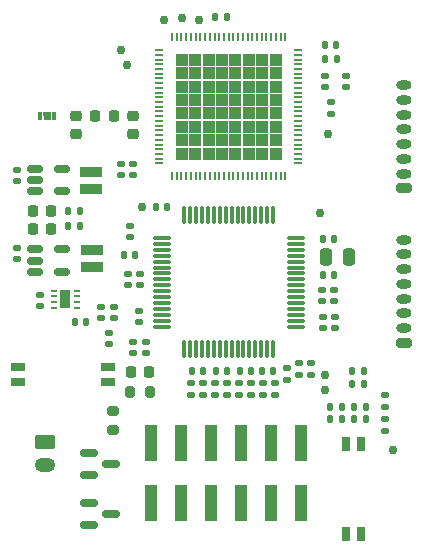
<source format=gbr>
%TF.GenerationSoftware,KiCad,Pcbnew,7.0.9*%
%TF.CreationDate,2024-02-01T14:48:51-08:00*%
%TF.ProjectId,sulu_ads1299,73756c75-5f61-4647-9331-3239392e6b69,rev?*%
%TF.SameCoordinates,Original*%
%TF.FileFunction,Soldermask,Top*%
%TF.FilePolarity,Negative*%
%FSLAX46Y46*%
G04 Gerber Fmt 4.6, Leading zero omitted, Abs format (unit mm)*
G04 Created by KiCad (PCBNEW 7.0.9) date 2024-02-01 14:48:51*
%MOMM*%
%LPD*%
G01*
G04 APERTURE LIST*
G04 Aperture macros list*
%AMRoundRect*
0 Rectangle with rounded corners*
0 $1 Rounding radius*
0 $2 $3 $4 $5 $6 $7 $8 $9 X,Y pos of 4 corners*
0 Add a 4 corners polygon primitive as box body*
4,1,4,$2,$3,$4,$5,$6,$7,$8,$9,$2,$3,0*
0 Add four circle primitives for the rounded corners*
1,1,$1+$1,$2,$3*
1,1,$1+$1,$4,$5*
1,1,$1+$1,$6,$7*
1,1,$1+$1,$8,$9*
0 Add four rect primitives between the rounded corners*
20,1,$1+$1,$2,$3,$4,$5,0*
20,1,$1+$1,$4,$5,$6,$7,0*
20,1,$1+$1,$6,$7,$8,$9,0*
20,1,$1+$1,$8,$9,$2,$3,0*%
G04 Aperture macros list end*
%ADD10C,0.010000*%
%ADD11RoundRect,0.135000X0.135000X0.185000X-0.135000X0.185000X-0.135000X-0.185000X0.135000X-0.185000X0*%
%ADD12RoundRect,0.147500X-0.172500X0.147500X-0.172500X-0.147500X0.172500X-0.147500X0.172500X0.147500X0*%
%ADD13RoundRect,0.050000X0.107500X0.315000X-0.107500X0.315000X-0.107500X-0.315000X0.107500X-0.315000X0*%
%ADD14R,0.200000X0.265000*%
%ADD15RoundRect,0.140000X-0.170000X0.140000X-0.170000X-0.140000X0.170000X-0.140000X0.170000X0.140000X0*%
%ADD16C,0.762000*%
%ADD17RoundRect,0.140000X-0.140000X-0.170000X0.140000X-0.170000X0.140000X0.170000X-0.140000X0.170000X0*%
%ADD18RoundRect,0.150000X-0.512500X-0.150000X0.512500X-0.150000X0.512500X0.150000X-0.512500X0.150000X0*%
%ADD19RoundRect,0.225000X0.250000X-0.225000X0.250000X0.225000X-0.250000X0.225000X-0.250000X-0.225000X0*%
%ADD20RoundRect,0.140000X0.140000X0.170000X-0.140000X0.170000X-0.140000X-0.170000X0.140000X-0.170000X0*%
%ADD21RoundRect,0.135000X0.185000X-0.135000X0.185000X0.135000X-0.185000X0.135000X-0.185000X-0.135000X0*%
%ADD22R,0.760000X1.270000*%
%ADD23RoundRect,0.250000X-0.625000X0.350000X-0.625000X-0.350000X0.625000X-0.350000X0.625000X0.350000X0*%
%ADD24O,1.750000X1.200000*%
%ADD25RoundRect,0.200000X0.450000X-0.200000X0.450000X0.200000X-0.450000X0.200000X-0.450000X-0.200000X0*%
%ADD26O,1.300000X0.800000*%
%ADD27RoundRect,0.200000X0.200000X0.275000X-0.200000X0.275000X-0.200000X-0.275000X0.200000X-0.275000X0*%
%ADD28O,0.800000X0.200000*%
%ADD29O,0.200000X0.800000*%
%ADD30C,0.568750*%
%ADD31R,1.137500X1.137500*%
%ADD32RoundRect,0.200000X0.275000X-0.200000X0.275000X0.200000X-0.275000X0.200000X-0.275000X-0.200000X0*%
%ADD33RoundRect,0.135000X-0.185000X0.135000X-0.185000X-0.135000X0.185000X-0.135000X0.185000X0.135000X0*%
%ADD34RoundRect,0.225000X-0.225000X-0.250000X0.225000X-0.250000X0.225000X0.250000X-0.225000X0.250000X0*%
%ADD35R,1.900000X0.850000*%
%ADD36R,1.270000X0.760000*%
%ADD37RoundRect,0.135000X-0.135000X-0.185000X0.135000X-0.185000X0.135000X0.185000X-0.135000X0.185000X0*%
%ADD38RoundRect,0.218750X-0.218750X-0.256250X0.218750X-0.256250X0.218750X0.256250X-0.218750X0.256250X0*%
%ADD39R,1.000000X3.150000*%
%ADD40RoundRect,0.147500X0.172500X-0.147500X0.172500X0.147500X-0.172500X0.147500X-0.172500X-0.147500X0*%
%ADD41RoundRect,0.150000X-0.587500X-0.150000X0.587500X-0.150000X0.587500X0.150000X-0.587500X0.150000X0*%
%ADD42RoundRect,0.075000X0.075000X-0.662500X0.075000X0.662500X-0.075000X0.662500X-0.075000X-0.662500X0*%
%ADD43RoundRect,0.075000X0.662500X-0.075000X0.662500X0.075000X-0.662500X0.075000X-0.662500X-0.075000X0*%
%ADD44RoundRect,0.225000X0.225000X0.250000X-0.225000X0.250000X-0.225000X-0.250000X0.225000X-0.250000X0*%
%ADD45RoundRect,0.140000X0.170000X-0.140000X0.170000X0.140000X-0.170000X0.140000X-0.170000X-0.140000X0*%
%ADD46R,0.500000X0.250000*%
%ADD47R,0.900000X1.600000*%
%ADD48RoundRect,0.250000X-0.250000X-0.475000X0.250000X-0.475000X0.250000X0.475000X-0.250000X0.475000X0*%
G04 APERTURE END LIST*
D10*
%TO.C,AE1*%
X88523200Y-60498800D02*
X87953200Y-60498800D01*
X87953200Y-60498800D02*
X87953200Y-60218800D01*
X87953200Y-60218800D02*
X88523200Y-60218800D01*
X88523200Y-60218800D02*
X88523200Y-60498800D01*
G36*
X88523200Y-60498800D02*
G01*
X87953200Y-60498800D01*
X87953200Y-60218800D01*
X88523200Y-60218800D01*
X88523200Y-60498800D01*
G37*
X88521200Y-60135800D02*
X87951200Y-60135800D01*
X87951200Y-60135800D02*
X87951200Y-59855800D01*
X87951200Y-59855800D02*
X88521200Y-59855800D01*
X88521200Y-59855800D02*
X88521200Y-60135800D01*
G36*
X88521200Y-60135800D02*
G01*
X87951200Y-60135800D01*
X87951200Y-59855800D01*
X88521200Y-59855800D01*
X88521200Y-60135800D01*
G37*
%TD*%
D11*
%TO.C,RZ1*%
X91008200Y-68300600D03*
X89988200Y-68300600D03*
%TD*%
%TO.C,R18*%
X115267200Y-85902800D03*
X114247200Y-85902800D03*
%TD*%
D12*
%TO.C,D1*%
X108585000Y-81557000D03*
X108585000Y-82527000D03*
%TD*%
D13*
%TO.C,AE1*%
X88845200Y-60177800D03*
X87629200Y-60177800D03*
D14*
X88387200Y-60359800D03*
X88387200Y-59994800D03*
X88087200Y-60359800D03*
X88087200Y-59994800D03*
%TD*%
D15*
%TO.C,C18*%
X111572000Y-74958000D03*
X111572000Y-75918000D03*
%TD*%
D16*
%TO.C,J11*%
X94996000Y-55880000D03*
%TD*%
D17*
%TO.C,C5*%
X104549000Y-81786000D03*
X105509000Y-81786000D03*
%TD*%
D18*
%TO.C,U2*%
X87254500Y-71516200D03*
X87254500Y-72466200D03*
X87254500Y-73416200D03*
X89529500Y-73416200D03*
X89529500Y-71516200D03*
%TD*%
D15*
%TO.C,C14*%
X96012000Y-76736000D03*
X96012000Y-77696000D03*
%TD*%
D19*
%TO.C,C3*%
X95555000Y-61735000D03*
X95555000Y-60185000D03*
%TD*%
D17*
%TO.C,C6*%
X106454000Y-81788000D03*
X107414000Y-81788000D03*
%TD*%
D20*
%TO.C,C34*%
X113205200Y-85902800D03*
X112245200Y-85902800D03*
%TD*%
D16*
%TO.C,J8*%
X94488000Y-54610000D03*
%TD*%
D15*
%TO.C,C30*%
X94488000Y-64290000D03*
X94488000Y-65250000D03*
%TD*%
D21*
%TO.C,R10*%
X107569000Y-83820000D03*
X107569000Y-82800000D03*
%TD*%
D22*
%TO.C,SW1*%
X114833400Y-88011000D03*
X113563400Y-88011000D03*
X113563400Y-95631000D03*
X114833400Y-95631000D03*
%TD*%
D23*
%TO.C,J2*%
X88087200Y-87782400D03*
D24*
X88087200Y-89782400D03*
%TD*%
D25*
%TO.C,J1*%
X118433000Y-66351000D03*
D26*
X118433000Y-65101000D03*
X118433000Y-63851000D03*
X118433000Y-62601000D03*
X118433000Y-61351000D03*
X118433000Y-60101000D03*
X118433000Y-58851000D03*
X118433000Y-57601000D03*
%TD*%
D17*
%TO.C,C1*%
X100485000Y-81788000D03*
X101445000Y-81788000D03*
%TD*%
D16*
%TO.C,TP3*%
X111379000Y-68453000D03*
%TD*%
D27*
%TO.C,R16*%
X96964000Y-83566000D03*
X95314000Y-83566000D03*
%TD*%
D19*
%TO.C,C2*%
X90729000Y-61735000D03*
X90729000Y-60185000D03*
%TD*%
D15*
%TO.C,C31*%
X95504000Y-64290000D03*
X95504000Y-65250000D03*
%TD*%
D21*
%TO.C,R3*%
X102489000Y-83820000D03*
X102489000Y-82800000D03*
%TD*%
D16*
%TO.C,J20*%
X96266000Y-67945000D03*
%TD*%
D28*
%TO.C,U5*%
X97732000Y-54636000D03*
X97732000Y-55036000D03*
X97732000Y-55436000D03*
X97732000Y-55836000D03*
X97732000Y-56236000D03*
X97732000Y-56636000D03*
X97732000Y-57036000D03*
X97732000Y-57436000D03*
X97732000Y-57836000D03*
X97732000Y-58236000D03*
X97732000Y-58636000D03*
X97732000Y-59036000D03*
X97732000Y-59436000D03*
X97732000Y-59836000D03*
X97732000Y-60236000D03*
X97732000Y-60636000D03*
X97732000Y-61036000D03*
X97732000Y-61436000D03*
X97732000Y-61836000D03*
X97732000Y-62236000D03*
X97732000Y-62636000D03*
X97732000Y-63036000D03*
X97732000Y-63436000D03*
X97732000Y-63836000D03*
X97732000Y-64236000D03*
D29*
X98832000Y-65336000D03*
X99232000Y-65336000D03*
X99632000Y-65336000D03*
X100032000Y-65336000D03*
X100432000Y-65336000D03*
X100832000Y-65336000D03*
X101232000Y-65336000D03*
X101632000Y-65336000D03*
X102032000Y-65336000D03*
X102432000Y-65336000D03*
X102832000Y-65336000D03*
X103232000Y-65336000D03*
X103632000Y-65336000D03*
X104032000Y-65336000D03*
X104432000Y-65336000D03*
X104832000Y-65336000D03*
X105232000Y-65336000D03*
X105632000Y-65336000D03*
X106032000Y-65336000D03*
X106432000Y-65336000D03*
X106832000Y-65336000D03*
X107232000Y-65336000D03*
X107632000Y-65336000D03*
X108032000Y-65336000D03*
X108432000Y-65336000D03*
D28*
X109532000Y-64236000D03*
X109532000Y-63836000D03*
X109532000Y-63436000D03*
X109532000Y-63036000D03*
X109532000Y-62636000D03*
X109532000Y-62236000D03*
X109532000Y-61836000D03*
X109532000Y-61436000D03*
X109532000Y-61036000D03*
X109532000Y-60636000D03*
X109532000Y-60236000D03*
X109532000Y-59836000D03*
X109532000Y-59436000D03*
X109532000Y-59036000D03*
X109532000Y-58636000D03*
X109532000Y-58236000D03*
X109532000Y-57836000D03*
X109532000Y-57436000D03*
X109532000Y-57036000D03*
X109532000Y-56636000D03*
X109532000Y-56236000D03*
X109532000Y-55836000D03*
X109532000Y-55436000D03*
X109532000Y-55036000D03*
X109532000Y-54636000D03*
D29*
X108432000Y-53536000D03*
X108032000Y-53536000D03*
X107632000Y-53536000D03*
X107232000Y-53536000D03*
X106832000Y-53536000D03*
X106432000Y-53536000D03*
X106032000Y-53536000D03*
X105632000Y-53536000D03*
X105232000Y-53536000D03*
X104832000Y-53536000D03*
X104432000Y-53536000D03*
X104032000Y-53536000D03*
X103632000Y-53536000D03*
X103232000Y-53536000D03*
X102832000Y-53536000D03*
X102432000Y-53536000D03*
X102032000Y-53536000D03*
X101632000Y-53536000D03*
X101232000Y-53536000D03*
X100832000Y-53536000D03*
X100432000Y-53536000D03*
X100032000Y-53536000D03*
X99632000Y-53536000D03*
X99232000Y-53536000D03*
X98832000Y-53536000D03*
D30*
X99650750Y-55454750D03*
D31*
X99650750Y-55454750D03*
D30*
X99650750Y-56592250D03*
D31*
X99650750Y-56592250D03*
D30*
X99650750Y-57729750D03*
D31*
X99650750Y-57729750D03*
D30*
X99650750Y-58867250D03*
D31*
X99650750Y-58867250D03*
D30*
X99650750Y-60004750D03*
D31*
X99650750Y-60004750D03*
D30*
X99650750Y-61142250D03*
D31*
X99650750Y-61142250D03*
D30*
X99650750Y-62279750D03*
D31*
X99650750Y-62279750D03*
D30*
X99650750Y-63417250D03*
D31*
X99650750Y-63417250D03*
D30*
X100788250Y-55454750D03*
D31*
X100788250Y-55454750D03*
D30*
X100788250Y-56592250D03*
D31*
X100788250Y-56592250D03*
D30*
X100788250Y-57729750D03*
D31*
X100788250Y-57729750D03*
D30*
X100788250Y-58867250D03*
D31*
X100788250Y-58867250D03*
D30*
X100788250Y-60004750D03*
D31*
X100788250Y-60004750D03*
D30*
X100788250Y-61142250D03*
D31*
X100788250Y-61142250D03*
D30*
X100788250Y-62279750D03*
D31*
X100788250Y-62279750D03*
D30*
X100788250Y-63417250D03*
D31*
X100788250Y-63417250D03*
D30*
X101925750Y-55454750D03*
D31*
X101925750Y-55454750D03*
D30*
X101925750Y-56592250D03*
D31*
X101925750Y-56592250D03*
D30*
X101925750Y-57729750D03*
D31*
X101925750Y-57729750D03*
D30*
X101925750Y-58867250D03*
D31*
X101925750Y-58867250D03*
D30*
X101925750Y-60004750D03*
D31*
X101925750Y-60004750D03*
D30*
X101925750Y-61142250D03*
D31*
X101925750Y-61142250D03*
D30*
X101925750Y-62279750D03*
D31*
X101925750Y-62279750D03*
D30*
X101925750Y-63417250D03*
D31*
X101925750Y-63417250D03*
D30*
X103063250Y-55454750D03*
D31*
X103063250Y-55454750D03*
D30*
X103063250Y-56592250D03*
D31*
X103063250Y-56592250D03*
D30*
X103063250Y-57729750D03*
D31*
X103063250Y-57729750D03*
D30*
X103063250Y-58867250D03*
D31*
X103063250Y-58867250D03*
D30*
X103063250Y-60004750D03*
D31*
X103063250Y-60004750D03*
D30*
X103063250Y-61142250D03*
D31*
X103063250Y-61142250D03*
D30*
X103063250Y-62279750D03*
D31*
X103063250Y-62279750D03*
D30*
X103063250Y-63417250D03*
D31*
X103063250Y-63417250D03*
D30*
X104200750Y-55454750D03*
D31*
X104200750Y-55454750D03*
D30*
X104200750Y-56592250D03*
D31*
X104200750Y-56592250D03*
D30*
X104200750Y-57729750D03*
D31*
X104200750Y-57729750D03*
D30*
X104200750Y-58867250D03*
D31*
X104200750Y-58867250D03*
D30*
X104200750Y-60004750D03*
D31*
X104200750Y-60004750D03*
D30*
X104200750Y-61142250D03*
D31*
X104200750Y-61142250D03*
D30*
X104200750Y-62279750D03*
D31*
X104200750Y-62279750D03*
D30*
X104200750Y-63417250D03*
D31*
X104200750Y-63417250D03*
D30*
X105338250Y-55454750D03*
D31*
X105338250Y-55454750D03*
D30*
X105338250Y-56592250D03*
D31*
X105338250Y-56592250D03*
D30*
X105338250Y-57729750D03*
D31*
X105338250Y-57729750D03*
D30*
X105338250Y-58867250D03*
D31*
X105338250Y-58867250D03*
D30*
X105338250Y-60004750D03*
D31*
X105338250Y-60004750D03*
D30*
X105338250Y-61142250D03*
D31*
X105338250Y-61142250D03*
D30*
X105338250Y-62279750D03*
D31*
X105338250Y-62279750D03*
D30*
X105338250Y-63417250D03*
D31*
X105338250Y-63417250D03*
D30*
X106475750Y-55454750D03*
D31*
X106475750Y-55454750D03*
D30*
X106475750Y-56592250D03*
D31*
X106475750Y-56592250D03*
D30*
X106475750Y-57729750D03*
D31*
X106475750Y-57729750D03*
D30*
X106475750Y-58867250D03*
D31*
X106475750Y-58867250D03*
D30*
X106475750Y-60004750D03*
D31*
X106475750Y-60004750D03*
D30*
X106475750Y-61142250D03*
D31*
X106475750Y-61142250D03*
D30*
X106475750Y-62279750D03*
D31*
X106475750Y-62279750D03*
D30*
X106475750Y-63417250D03*
D31*
X106475750Y-63417250D03*
D30*
X107613250Y-55454750D03*
D31*
X107613250Y-55454750D03*
D30*
X107613250Y-56592250D03*
D31*
X107613250Y-56592250D03*
D30*
X107613250Y-57729750D03*
D31*
X107613250Y-57729750D03*
D30*
X107613250Y-58867250D03*
D31*
X107613250Y-58867250D03*
D30*
X107613250Y-60004750D03*
D31*
X107613250Y-60004750D03*
D30*
X107613250Y-61142250D03*
D31*
X107613250Y-61142250D03*
D30*
X107613250Y-62279750D03*
D31*
X107613250Y-62279750D03*
D30*
X107613250Y-63417250D03*
D31*
X107613250Y-63417250D03*
%TD*%
D32*
%TO.C,R15*%
X93853000Y-86804000D03*
X93853000Y-85154000D03*
%TD*%
D15*
%TO.C,C8*%
X85730500Y-64757400D03*
X85730500Y-65717400D03*
%TD*%
D33*
%TO.C,R11*%
X110617000Y-81151000D03*
X110617000Y-82171000D03*
%TD*%
D21*
%TO.C,R20*%
X116890800Y-84865400D03*
X116890800Y-83845400D03*
%TD*%
%TO.C,R19*%
X116890800Y-86897400D03*
X116890800Y-85877400D03*
%TD*%
D16*
%TO.C,J4*%
X98171000Y-52070000D03*
%TD*%
D21*
%TO.C,R9*%
X106553000Y-83820000D03*
X106553000Y-82800000D03*
%TD*%
%TO.C,R1*%
X100457000Y-83820000D03*
X100457000Y-82800000D03*
%TD*%
D34*
%TO.C,C7*%
X87056200Y-68300600D03*
X88606200Y-68300600D03*
%TD*%
D35*
%TO.C,L2*%
X91953500Y-66380400D03*
X91953500Y-64930400D03*
%TD*%
D20*
%TO.C,C15*%
X95730000Y-72009000D03*
X94770000Y-72009000D03*
%TD*%
D36*
%TO.C,SW2*%
X93373500Y-82753200D03*
X93373500Y-81483200D03*
X85753500Y-81483200D03*
X85753500Y-82753200D03*
%TD*%
D15*
%TO.C,C20*%
X112649000Y-77244000D03*
X112649000Y-78204000D03*
%TD*%
D17*
%TO.C,C25*%
X111600000Y-70612000D03*
X112560000Y-70612000D03*
%TD*%
D21*
%TO.C,R2*%
X101473000Y-83820000D03*
X101473000Y-82800000D03*
%TD*%
D16*
%TO.C,TP2*%
X111760000Y-82169000D03*
%TD*%
%TO.C,J5*%
X99695000Y-51943000D03*
%TD*%
D17*
%TO.C,C4*%
X102517000Y-81786000D03*
X103477000Y-81786000D03*
%TD*%
D15*
%TO.C,C24*%
X95123000Y-73561000D03*
X95123000Y-74521000D03*
%TD*%
D11*
%TO.C,R6*%
X115064000Y-81788000D03*
X114044000Y-81788000D03*
%TD*%
D20*
%TO.C,C33*%
X113205200Y-84861400D03*
X112245200Y-84861400D03*
%TD*%
D37*
%TO.C,R14*%
X111758000Y-55372000D03*
X112778000Y-55372000D03*
%TD*%
D15*
%TO.C,C23*%
X96139000Y-73561000D03*
X96139000Y-74521000D03*
%TD*%
D21*
%TO.C,RZ15*%
X112268000Y-60073000D03*
X112268000Y-59053000D03*
%TD*%
D38*
%TO.C,L1*%
X92329000Y-60198000D03*
X93904000Y-60198000D03*
%TD*%
D39*
%TO.C,J9*%
X109728000Y-87899000D03*
X109728000Y-92949000D03*
X107188000Y-87899000D03*
X107188000Y-92949000D03*
X104648000Y-87899000D03*
X104648000Y-92949000D03*
X102108000Y-87899000D03*
X102108000Y-92949000D03*
X99568000Y-87899000D03*
X99568000Y-92949000D03*
X97028000Y-87899000D03*
X97028000Y-92949000D03*
%TD*%
D40*
%TO.C,D4*%
X95504000Y-80324300D03*
X95504000Y-79354300D03*
%TD*%
D15*
%TO.C,C29*%
X113538000Y-56797000D03*
X113538000Y-57757000D03*
%TD*%
D11*
%TO.C,R5*%
X115064000Y-82931000D03*
X114044000Y-82931000D03*
%TD*%
D21*
%TO.C,R7*%
X104521000Y-83820000D03*
X104521000Y-82800000D03*
%TD*%
D15*
%TO.C,C28*%
X111760000Y-56797000D03*
X111760000Y-57757000D03*
%TD*%
D34*
%TO.C,C10*%
X87056200Y-69824600D03*
X88606200Y-69824600D03*
%TD*%
D16*
%TO.C,J6*%
X101092000Y-52070000D03*
%TD*%
D15*
%TO.C,C21*%
X111633000Y-77244000D03*
X111633000Y-78204000D03*
%TD*%
D41*
%TO.C,Q1*%
X91772500Y-88712000D03*
X91772500Y-90612000D03*
X93647500Y-89662000D03*
%TD*%
D35*
%TO.C,L3*%
X92075000Y-72974200D03*
X92075000Y-71524200D03*
%TD*%
D17*
%TO.C,C27*%
X111788000Y-54229000D03*
X112748000Y-54229000D03*
%TD*%
D21*
%TO.C,R8*%
X105537000Y-83820000D03*
X105537000Y-82800000D03*
%TD*%
D40*
%TO.C,D3*%
X96596200Y-80314800D03*
X96596200Y-79344800D03*
%TD*%
D42*
%TO.C,U4*%
X99882000Y-79957500D03*
X100382000Y-79957500D03*
X100882000Y-79957500D03*
X101382000Y-79957500D03*
X101882000Y-79957500D03*
X102382000Y-79957500D03*
X102882000Y-79957500D03*
X103382000Y-79957500D03*
X103882000Y-79957500D03*
X104382000Y-79957500D03*
X104882000Y-79957500D03*
X105382000Y-79957500D03*
X105882000Y-79957500D03*
X106382000Y-79957500D03*
X106882000Y-79957500D03*
X107382000Y-79957500D03*
D43*
X109294500Y-78045000D03*
X109294500Y-77545000D03*
X109294500Y-77045000D03*
X109294500Y-76545000D03*
X109294500Y-76045000D03*
X109294500Y-75545000D03*
X109294500Y-75045000D03*
X109294500Y-74545000D03*
X109294500Y-74045000D03*
X109294500Y-73545000D03*
X109294500Y-73045000D03*
X109294500Y-72545000D03*
X109294500Y-72045000D03*
X109294500Y-71545000D03*
X109294500Y-71045000D03*
X109294500Y-70545000D03*
D42*
X107382000Y-68632500D03*
X106882000Y-68632500D03*
X106382000Y-68632500D03*
X105882000Y-68632500D03*
X105382000Y-68632500D03*
X104882000Y-68632500D03*
X104382000Y-68632500D03*
X103882000Y-68632500D03*
X103382000Y-68632500D03*
X102882000Y-68632500D03*
X102382000Y-68632500D03*
X101882000Y-68632500D03*
X101382000Y-68632500D03*
X100882000Y-68632500D03*
X100382000Y-68632500D03*
X99882000Y-68632500D03*
D43*
X97969500Y-70545000D03*
X97969500Y-71045000D03*
X97969500Y-71545000D03*
X97969500Y-72045000D03*
X97969500Y-72545000D03*
X97969500Y-73045000D03*
X97969500Y-73545000D03*
X97969500Y-74045000D03*
X97969500Y-74545000D03*
X97969500Y-75045000D03*
X97969500Y-75545000D03*
X97969500Y-76045000D03*
X97969500Y-76545000D03*
X97969500Y-77045000D03*
X97969500Y-77545000D03*
X97969500Y-78045000D03*
%TD*%
D41*
%TO.C,Q2*%
X91772500Y-92964000D03*
X91772500Y-94864000D03*
X93647500Y-93914000D03*
%TD*%
D44*
%TO.C,C32*%
X96914000Y-81915000D03*
X95364000Y-81915000D03*
%TD*%
D45*
%TO.C,C13*%
X87645200Y-76316800D03*
X87645200Y-75356800D03*
%TD*%
D37*
%TO.C,R13*%
X102487000Y-51816000D03*
X103507000Y-51816000D03*
%TD*%
D16*
%TO.C,TP4*%
X117576600Y-88519000D03*
%TD*%
D46*
%TO.C,U3*%
X88854200Y-74996800D03*
X88854200Y-75496800D03*
X88854200Y-75996800D03*
X88854200Y-76496800D03*
X90754200Y-76496800D03*
X90754200Y-75996800D03*
X90754200Y-75496800D03*
X90754200Y-74996800D03*
D47*
X89804200Y-75746800D03*
%TD*%
D15*
%TO.C,C17*%
X95250000Y-69497000D03*
X95250000Y-70457000D03*
%TD*%
D16*
%TO.C,J16*%
X112014000Y-61722000D03*
%TD*%
D12*
%TO.C,D2*%
X93954600Y-76391300D03*
X93954600Y-77361300D03*
%TD*%
D37*
%TO.C,RZ2*%
X89988200Y-69570600D03*
X91008200Y-69570600D03*
%TD*%
D21*
%TO.C,R4*%
X103505000Y-83820000D03*
X103505000Y-82800000D03*
%TD*%
D18*
%TO.C,U1*%
X87260000Y-64668400D03*
X87260000Y-65618400D03*
X87260000Y-66568400D03*
X89535000Y-66568400D03*
X89535000Y-64668400D03*
%TD*%
D15*
%TO.C,C9*%
X85725000Y-71351200D03*
X85725000Y-72311200D03*
%TD*%
D48*
%TO.C,C26*%
X111892000Y-72136000D03*
X113792000Y-72136000D03*
%TD*%
D17*
%TO.C,C22*%
X111600000Y-73660000D03*
X112560000Y-73660000D03*
%TD*%
D20*
%TO.C,C16*%
X98397000Y-67945000D03*
X97437000Y-67945000D03*
%TD*%
%TO.C,C11*%
X91589800Y-77673200D03*
X90629800Y-77673200D03*
%TD*%
D12*
%TO.C,D1*%
X92862400Y-76391300D03*
X92862400Y-77361300D03*
%TD*%
D37*
%TO.C,R17*%
X114247200Y-84861400D03*
X115267200Y-84861400D03*
%TD*%
D15*
%TO.C,C12*%
X93497400Y-78590200D03*
X93497400Y-79550200D03*
%TD*%
D33*
%TO.C,R12*%
X109601000Y-81151000D03*
X109601000Y-82171000D03*
%TD*%
D15*
%TO.C,C19*%
X112588000Y-74958000D03*
X112588000Y-75918000D03*
%TD*%
D25*
%TO.C,J7*%
X118433000Y-79432000D03*
D26*
X118433000Y-78182000D03*
X118433000Y-76932000D03*
X118433000Y-75682000D03*
X118433000Y-74432000D03*
X118433000Y-73182000D03*
X118433000Y-71932000D03*
X118433000Y-70682000D03*
%TD*%
D16*
%TO.C,TP1*%
X111760000Y-83439000D03*
%TD*%
M02*

</source>
